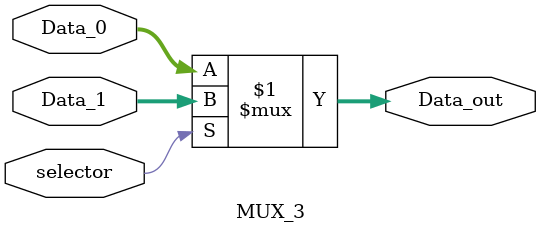
<source format=v>
module MUX_3(
    input wire selector,
    input wire [31:0] Data_0, // 0 vem do registrador B
    input wire [31:0] Data_1, // 1 vem do StoreSize
    output wire [31:0] Data_out
);

assign Data_out = (selector) ? Data_1 : Data_0;

endmodule 
</source>
